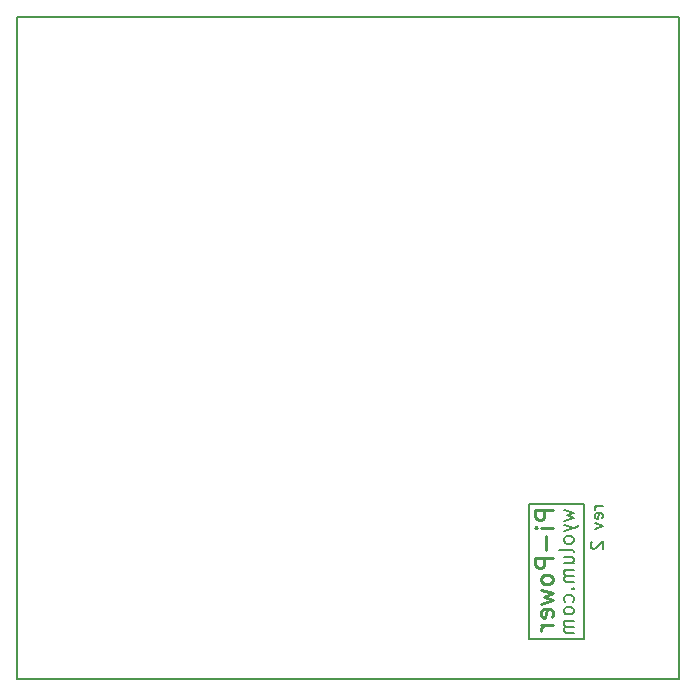
<source format=gbo>
G04 (created by PCBNEW (2013-07-07 BZR 4022)-stable) date 08-Nov-13 3:33:42 PM*
%MOIN*%
G04 Gerber Fmt 3.4, Leading zero omitted, Abs format*
%FSLAX34Y34*%
G01*
G70*
G90*
G04 APERTURE LIST*
%ADD10C,0.00590551*%
%ADD11C,0.008*%
%ADD12C,0.00787402*%
%ADD13C,0.00984252*%
%ADD14C,0.07*%
%ADD15C,0.08*%
%ADD16C,0.06*%
%ADD17C,0.16*%
%ADD18R,0.16X0.16*%
%ADD19O,0.2X0.13*%
%ADD20C,0.075*%
%ADD21R,0.03X0.0646457*%
%ADD22R,0.0323622X0.0323622*%
%ADD23C,0.0591*%
%ADD24C,0.1181*%
%ADD25R,0.03X0.0650394*%
%ADD26R,0.0323622X0.0325591*%
%ADD27R,0.0322835X0.0346457*%
%ADD28C,0.3*%
%ADD29R,0.06X0.06*%
%ADD30C,0.24*%
%ADD31R,0.0315748X0.0355118*%
G04 APERTURE END LIST*
G54D10*
G54D11*
X55634Y-23694D02*
X55367Y-23694D01*
X55443Y-23694D02*
X55405Y-23713D01*
X55386Y-23732D01*
X55367Y-23770D01*
X55367Y-23808D01*
X55615Y-24094D02*
X55634Y-24056D01*
X55634Y-23980D01*
X55615Y-23942D01*
X55577Y-23923D01*
X55424Y-23923D01*
X55386Y-23942D01*
X55367Y-23980D01*
X55367Y-24056D01*
X55386Y-24094D01*
X55424Y-24113D01*
X55462Y-24113D01*
X55501Y-23923D01*
X55367Y-24246D02*
X55634Y-24342D01*
X55367Y-24437D01*
X55272Y-24875D02*
X55253Y-24894D01*
X55234Y-24932D01*
X55234Y-25027D01*
X55253Y-25065D01*
X55272Y-25085D01*
X55310Y-25104D01*
X55348Y-25104D01*
X55405Y-25085D01*
X55634Y-24856D01*
X55634Y-25104D01*
G54D10*
X36122Y-29429D02*
X58169Y-29429D01*
X36122Y-7381D02*
X58169Y-7381D01*
X36122Y-29429D02*
X36122Y-7381D01*
G54D12*
X55009Y-23612D02*
X53159Y-23612D01*
X55009Y-28100D02*
X55009Y-23612D01*
X53159Y-28100D02*
X55009Y-28100D01*
X53159Y-23612D02*
X53159Y-28100D01*
X54344Y-23806D02*
X54659Y-23896D01*
X54434Y-23986D01*
X54659Y-24076D01*
X54344Y-24166D01*
X54344Y-24301D02*
X54659Y-24413D01*
X54344Y-24526D02*
X54659Y-24413D01*
X54772Y-24368D01*
X54794Y-24346D01*
X54817Y-24301D01*
X54659Y-24773D02*
X54637Y-24728D01*
X54614Y-24706D01*
X54569Y-24683D01*
X54434Y-24683D01*
X54389Y-24706D01*
X54367Y-24728D01*
X54344Y-24773D01*
X54344Y-24841D01*
X54367Y-24886D01*
X54389Y-24908D01*
X54434Y-24931D01*
X54569Y-24931D01*
X54614Y-24908D01*
X54637Y-24886D01*
X54659Y-24841D01*
X54659Y-24773D01*
X54659Y-25201D02*
X54637Y-25156D01*
X54592Y-25133D01*
X54187Y-25133D01*
X54344Y-25583D02*
X54659Y-25583D01*
X54344Y-25381D02*
X54592Y-25381D01*
X54637Y-25403D01*
X54659Y-25448D01*
X54659Y-25516D01*
X54637Y-25561D01*
X54614Y-25583D01*
X54659Y-25808D02*
X54344Y-25808D01*
X54389Y-25808D02*
X54367Y-25830D01*
X54344Y-25875D01*
X54344Y-25943D01*
X54367Y-25988D01*
X54412Y-26010D01*
X54659Y-26010D01*
X54412Y-26010D02*
X54367Y-26033D01*
X54344Y-26078D01*
X54344Y-26145D01*
X54367Y-26190D01*
X54412Y-26213D01*
X54659Y-26213D01*
X54614Y-26438D02*
X54637Y-26460D01*
X54659Y-26438D01*
X54637Y-26415D01*
X54614Y-26438D01*
X54659Y-26438D01*
X54637Y-26865D02*
X54659Y-26820D01*
X54659Y-26730D01*
X54637Y-26685D01*
X54614Y-26663D01*
X54569Y-26640D01*
X54434Y-26640D01*
X54389Y-26663D01*
X54367Y-26685D01*
X54344Y-26730D01*
X54344Y-26820D01*
X54367Y-26865D01*
X54659Y-27135D02*
X54637Y-27090D01*
X54614Y-27068D01*
X54569Y-27045D01*
X54434Y-27045D01*
X54389Y-27068D01*
X54367Y-27090D01*
X54344Y-27135D01*
X54344Y-27203D01*
X54367Y-27248D01*
X54389Y-27270D01*
X54434Y-27293D01*
X54569Y-27293D01*
X54614Y-27270D01*
X54637Y-27248D01*
X54659Y-27203D01*
X54659Y-27135D01*
X54659Y-27495D02*
X54344Y-27495D01*
X54389Y-27495D02*
X54367Y-27518D01*
X54344Y-27563D01*
X54344Y-27630D01*
X54367Y-27675D01*
X54412Y-27698D01*
X54659Y-27698D01*
X54412Y-27698D02*
X54367Y-27720D01*
X54344Y-27765D01*
X54344Y-27833D01*
X54367Y-27878D01*
X54412Y-27900D01*
X54659Y-27900D01*
G54D13*
X53969Y-23809D02*
X53378Y-23809D01*
X53378Y-24034D01*
X53406Y-24090D01*
X53435Y-24118D01*
X53491Y-24146D01*
X53575Y-24146D01*
X53631Y-24118D01*
X53660Y-24090D01*
X53688Y-24034D01*
X53688Y-23809D01*
X53969Y-24399D02*
X53575Y-24399D01*
X53378Y-24399D02*
X53406Y-24371D01*
X53435Y-24399D01*
X53406Y-24427D01*
X53378Y-24399D01*
X53435Y-24399D01*
X53744Y-24680D02*
X53744Y-25130D01*
X53969Y-25411D02*
X53378Y-25411D01*
X53378Y-25636D01*
X53406Y-25693D01*
X53435Y-25721D01*
X53491Y-25749D01*
X53575Y-25749D01*
X53631Y-25721D01*
X53660Y-25693D01*
X53688Y-25636D01*
X53688Y-25411D01*
X53969Y-26086D02*
X53941Y-26030D01*
X53913Y-26002D01*
X53856Y-25974D01*
X53688Y-25974D01*
X53631Y-26002D01*
X53603Y-26030D01*
X53575Y-26086D01*
X53575Y-26171D01*
X53603Y-26227D01*
X53631Y-26255D01*
X53688Y-26283D01*
X53856Y-26283D01*
X53913Y-26255D01*
X53941Y-26227D01*
X53969Y-26171D01*
X53969Y-26086D01*
X53575Y-26480D02*
X53969Y-26593D01*
X53688Y-26705D01*
X53969Y-26818D01*
X53575Y-26930D01*
X53941Y-27380D02*
X53969Y-27324D01*
X53969Y-27211D01*
X53941Y-27155D01*
X53884Y-27127D01*
X53660Y-27127D01*
X53603Y-27155D01*
X53575Y-27211D01*
X53575Y-27324D01*
X53603Y-27380D01*
X53660Y-27408D01*
X53716Y-27408D01*
X53772Y-27127D01*
X53969Y-27661D02*
X53575Y-27661D01*
X53688Y-27661D02*
X53631Y-27689D01*
X53603Y-27717D01*
X53575Y-27774D01*
X53575Y-27830D01*
G54D10*
X58169Y-7381D02*
X58169Y-29429D01*
%LPC*%
G54D14*
X53926Y-9547D03*
X52176Y-9547D03*
G54D15*
X54426Y-10547D03*
X51676Y-10547D03*
G54D14*
X52176Y-12097D03*
X53926Y-12097D03*
X52551Y-11347D03*
X53551Y-11347D03*
G54D16*
X47996Y-18307D03*
X48996Y-18307D03*
X49996Y-18307D03*
X49106Y-9990D03*
X50106Y-9990D03*
X49996Y-16929D03*
X48996Y-16929D03*
X52342Y-26877D03*
X52342Y-25877D03*
X45807Y-27807D03*
X45807Y-28807D03*
X49106Y-11486D03*
X50106Y-11486D03*
G54D17*
X39242Y-9251D03*
G54D18*
X41642Y-9251D03*
G54D19*
X40492Y-11251D03*
G54D16*
X48267Y-24911D03*
G54D20*
X36725Y-12499D03*
X36725Y-15099D03*
G54D21*
X49606Y-26377D03*
G54D22*
X49299Y-26539D03*
X49299Y-26216D03*
X49913Y-26216D03*
X49913Y-26539D03*
G54D23*
X41023Y-20297D03*
X41023Y-19297D03*
X41023Y-18497D03*
X41023Y-17497D03*
G54D24*
X39973Y-21497D03*
X39973Y-16097D03*
G54D25*
X47874Y-21259D03*
G54D26*
X47566Y-21422D03*
X47566Y-21097D03*
X48181Y-21097D03*
X48181Y-21422D03*
G54D27*
X41145Y-28500D03*
X40822Y-28500D03*
X41145Y-28153D03*
X40822Y-28153D03*
G54D28*
X37696Y-27854D03*
X56594Y-27854D03*
G54D16*
X40226Y-13250D03*
X40226Y-14250D03*
X56084Y-8271D03*
X57084Y-8271D03*
X56084Y-9271D03*
X57084Y-9271D03*
X56084Y-10271D03*
G54D29*
X57084Y-10271D03*
G54D16*
X56084Y-11271D03*
X57084Y-11271D03*
X56084Y-12271D03*
X57084Y-12271D03*
X56084Y-13271D03*
X57084Y-13271D03*
X56084Y-14271D03*
X57084Y-14271D03*
X56084Y-15271D03*
X57084Y-15271D03*
X56084Y-16271D03*
X57084Y-16271D03*
X56084Y-17271D03*
X57084Y-17271D03*
X56084Y-18271D03*
X57084Y-18271D03*
X56084Y-19271D03*
X57084Y-19271D03*
X56084Y-20271D03*
X57084Y-20271D03*
G54D30*
X43208Y-17411D03*
G54D16*
X45289Y-15206D03*
X46289Y-15206D03*
X47289Y-15206D03*
G54D31*
X43474Y-9242D03*
X43789Y-9242D03*
G54D16*
X56084Y-21271D03*
X56084Y-22271D03*
X57084Y-21271D03*
X57084Y-22271D03*
M02*

</source>
